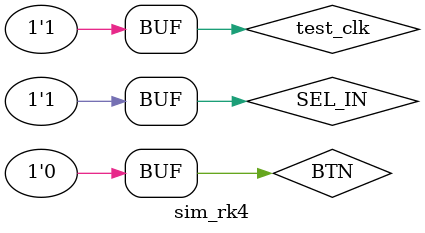
<source format=v>
`timescale 1ns / 1ps


module sim_rk4();

reg test_clk, BTN, SEL_IN;
reg [31:0] test_x_o, test_y_o, test_c, test_n; 
wire [31:0]test_x_out, test_y_out;

RK4_fpga uut( .clk(test_clk), 
              .x_o(), 
              .y_o(), 
              .c(), 
              .n_iteration(), 
              .sel_in(SEL_IN),
              .btn(BTN),
              .X(), 
              .Y(test_y_out)
              );

wire [31:0] result;
wire [63:0] full;
reg [31:0] num_1_mult, num_2_mult;

// fixed_multi test (.num1(num_1_mult), .num2(num_2_mult), .result(result), .overflow(), .precisionLost(), .result_full(full) );

initial begin
  /*
    test_x_o <= 32'b0000000000000000_0000000000000000;
    test_y_o <= 32'b0000000000000001_0000000000000000;
    test_c <=   32'b0000000000000010_0000000000000000;
    test_n <=   32'b0000000000001010_0000000000000000;
   */
    
    SEL_IN <= 0; #50
    SEL_IN <= 1;
    BTN <= 1; #50
    BTN <= 0;
end

always 
    begin
    test_clk = 0; #5;
    test_clk = 1; #5;
    end

endmodule

</source>
